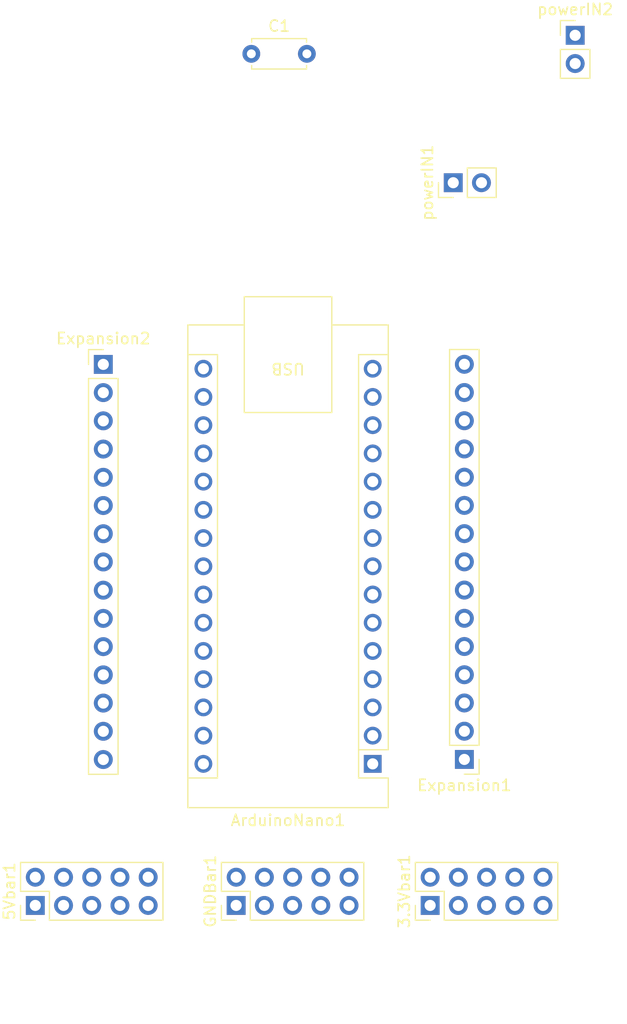
<source format=kicad_pcb>
(kicad_pcb (version 20240108) (generator "pcbnew") (generator_version "8.0")
  (layers (0 "F.Cu" signal) (31 "B.Cu" signal) (34 "B.Paste" user) (35 "F.Paste" user) (36 "B.SilkS" user "B.Silkscreen") (37 "F.SilkS" user "F.Silkscreen") (38 "B.Mask" user) (39 "F.Mask" user) (44 "Edge.Cuts" user))
  (net 0 "")
  (net 1 "GND")
  (net 2 "+5V")
  (net 3 "D9")
  (net 4 "D0")
  (net 5 "D8")
  (net 6 "D4")
  (net 7 "D12")
  (net 8 "D11")
  (net 9 "D10")
  (net 10 "D5")
  (net 11 "D1")
  (net 12 "D2")
  (net 13 "D6")
  (net 14 "D13")
  (net 15 "D7")
  (net 16 "D3")
  (net 17 "RST")
  (net 18 "A4")
  (net 19 "A7")
  (net 20 "A6")
  (net 21 "nano5V")
  (net 22 "A2")
  (net 23 "nano3.3V")
  (net 24 "AREF")
  (net 25 "A3")
  (net 26 "A0")
  (net 27 "A1")
  (net 28 "A5")
  (net 29 "+3.3V")
  (footprint "Connector_PinHeader_2.54mm:PinHeader_2x05_P2.54mm_Vertical" (layer "F.Cu") (at 159.42 122.04 90)
    (property "Reference" "3.3Vbar1" (at 1.27 -2.33 90) (layer "F.SilkS"))
    (property "Value" "Conn_02x05_Counter_Clockwise")
    (fp_line (start 3.87 -1.33) (end 3.87 11.49) (stroke (width 0.12)) (layer "F.SilkS"))
    (fp_line (start 1.27 -1.33) (end 3.87 -1.33) (stroke (width 0.12)) (layer "F.SilkS"))
    (fp_line (start -1.33 -1.33) (end 0 -1.33) (stroke (width 0.12)) (layer "F.SilkS"))
    (fp_line (start -1.33 0) (end -1.33 -1.33) (stroke (width 0.12)) (layer "F.SilkS"))
    (fp_line (start 1.27 1.27) (end 1.27 -1.33) (stroke (width 0.12)) (layer "F.SilkS"))
    (fp_line (start -1.33 1.27) (end 1.27 1.27) (stroke (width 0.12)) (layer "F.SilkS"))
    (fp_line (start -1.33 1.27) (end -1.33 11.49) (stroke (width 0.12)) (layer "F.SilkS"))
    (fp_line (start -1.33 11.49) (end 3.87 11.49) (stroke (width 0.12)) (layer "F.SilkS"))
    (pad "1" thru_hole rect (at 0 0 90) (size 1.7 1.7) (drill 1) (layers "*.Cu" "*.Mask") (net 29 "+3.3V"))
    (pad "2" thru_hole oval (at 2.54 0 90) (size 1.7 1.7) (drill 1) (layers "*.Cu" "*.Mask") (net 29 "+3.3V"))
    (pad "3" thru_hole oval (at 0 2.54 90) (size 1.7 1.7) (drill 1) (layers "*.Cu" "*.Mask") (net 29 "+3.3V"))
    (pad "4" thru_hole oval (at 2.54 2.54 90) (size 1.7 1.7) (drill 1) (layers "*.Cu" "*.Mask") (net 29 "+3.3V"))
    (pad "5" thru_hole oval (at 0 5.08 90) (size 1.7 1.7) (drill 1) (layers "*.Cu" "*.Mask") (net 29 "+3.3V"))
    (pad "6" thru_hole oval (at 2.54 5.08 90) (size 1.7 1.7) (drill 1) (layers "*.Cu" "*.Mask") (net 29 "+3.3V"))
    (pad "7" thru_hole oval (at 0 7.62 90) (size 1.7 1.7) (drill 1) (layers "*.Cu" "*.Mask") (net 29 "+3.3V"))
    (pad "8" thru_hole oval (at 2.54 7.62 90) (size 1.7 1.7) (drill 1) (layers "*.Cu" "*.Mask") (net 29 "+3.3V"))
    (pad "9" thru_hole oval (at 0 10.16 90) (size 1.7 1.7) (drill 1) (layers "*.Cu" "*.Mask") (net 29 "+3.3V"))
    (pad "10" thru_hole oval (at 2.54 10.16 90) (size 1.7 1.7) (drill 1) (layers "*.Cu" "*.Mask") (net 29 "+3.3V"))
  )
  (footprint "Connector_PinHeader_2.54mm:PinHeader_2x05_P2.54mm_Vertical" (layer "F.Cu") (at 123.88 122.04 90)
    (property "Reference" "5Vbar1" (at 1.27 -2.33 90) (layer "F.SilkS"))
    (property "Value" "Conn_02x05_Counter_Clockwise")
    (fp_line (start 3.87 -1.33) (end 3.87 11.49) (stroke (width 0.12)) (layer "F.SilkS"))
    (fp_line (start 1.27 -1.33) (end 3.87 -1.33) (stroke (width 0.12)) (layer "F.SilkS"))
    (fp_line (start -1.33 -1.33) (end 0 -1.33) (stroke (width 0.12)) (layer "F.SilkS"))
    (fp_line (start -1.33 0) (end -1.33 -1.33) (stroke (width 0.12)) (layer "F.SilkS"))
    (fp_line (start 1.27 1.27) (end 1.27 -1.33) (stroke (width 0.12)) (layer "F.SilkS"))
    (fp_line (start -1.33 1.27) (end 1.27 1.27) (stroke (width 0.12)) (layer "F.SilkS"))
    (fp_line (start -1.33 1.27) (end -1.33 11.49) (stroke (width 0.12)) (layer "F.SilkS"))
    (fp_line (start -1.33 11.49) (end 3.87 11.49) (stroke (width 0.12)) (layer "F.SilkS"))
    (pad "1" thru_hole rect (at 0 0 90) (size 1.7 1.7) (drill 1) (layers "*.Cu" "*.Mask") (net 2 "+5V"))
    (pad "2" thru_hole oval (at 2.54 0 90) (size 1.7 1.7) (drill 1) (layers "*.Cu" "*.Mask") (net 2 "+5V"))
    (pad "3" thru_hole oval (at 0 2.54 90) (size 1.7 1.7) (drill 1) (layers "*.Cu" "*.Mask") (net 2 "+5V"))
    (pad "4" thru_hole oval (at 2.54 2.54 90) (size 1.7 1.7) (drill 1) (layers "*.Cu" "*.Mask") (net 2 "+5V"))
    (pad "5" thru_hole oval (at 0 5.08 90) (size 1.7 1.7) (drill 1) (layers "*.Cu" "*.Mask") (net 2 "+5V"))
    (pad "6" thru_hole oval (at 2.54 5.08 90) (size 1.7 1.7) (drill 1) (layers "*.Cu" "*.Mask") (net 2 "+5V"))
    (pad "7" thru_hole oval (at 0 7.62 90) (size 1.7 1.7) (drill 1) (layers "*.Cu" "*.Mask") (net 2 "+5V"))
    (pad "8" thru_hole oval (at 2.54 7.62 90) (size 1.7 1.7) (drill 1) (layers "*.Cu" "*.Mask") (net 2 "+5V"))
    (pad "9" thru_hole oval (at 0 10.16 90) (size 1.7 1.7) (drill 1) (layers "*.Cu" "*.Mask") (net 2 "+5V"))
    (pad "10" thru_hole oval (at 2.54 10.16 90) (size 1.7 1.7) (drill 1) (layers "*.Cu" "*.Mask") (net 2 "+5V"))
  )
  (footprint "Connector_PinHeader_2.54mm:PinHeader_1x15_P2.54mm_Vertical" (layer "F.Cu") (at 162.5 108.9 180)
    (property "Reference" "Expansion1" (at 0 -2.33 0) (layer "F.SilkS"))
    (property "Value" "Conn_01x15")
    (fp_line (start 1.33 1.27) (end 1.33 36.89) (stroke (width 0.12)) (layer "F.SilkS"))
    (fp_line (start -1.33 36.89) (end 1.33 36.89) (stroke (width 0.12)) (layer "F.SilkS"))
    (fp_line (start -1.33 1.27) (end 1.33 1.27) (stroke (width 0.12)) (layer "F.SilkS"))
    (fp_line (start -1.33 1.27) (end -1.33 36.89) (stroke (width 0.12)) (layer "F.SilkS"))
    (fp_line (start -1.33 0) (end -1.33 -1.33) (stroke (width 0.12)) (layer "F.SilkS"))
    (fp_line (start -1.33 -1.33) (end 0 -1.33) (stroke (width 0.12)) (layer "F.SilkS"))
    (pad "1" thru_hole rect (at 0 0 180) (size 1.7 1.7) (drill 1) (layers "*.Cu" "*.Mask") (net 11 "D1"))
    (pad "2" thru_hole oval (at 0 2.54 180) (size 1.7 1.7) (drill 1) (layers "*.Cu" "*.Mask") (net 4 "D0"))
    (pad "3" thru_hole oval (at 0 5.08 180) (size 1.7 1.7) (drill 1) (layers "*.Cu" "*.Mask") (net 17 "RST"))
    (pad "4" thru_hole oval (at 0 7.62 180) (size 1.7 1.7) (drill 1) (layers "*.Cu" "*.Mask") (net 1 "GND"))
    (pad "5" thru_hole oval (at 0 10.16 180) (size 1.7 1.7) (drill 1) (layers "*.Cu" "*.Mask") (net 12 "D2"))
    (pad "6" thru_hole oval (at 0 12.7 180) (size 1.7 1.7) (drill 1) (layers "*.Cu" "*.Mask") (net 16 "D3"))
    (pad "7" thru_hole oval (at 0 15.24 180) (size 1.7 1.7) (drill 1) (layers "*.Cu" "*.Mask") (net 6 "D4"))
    (pad "8" thru_hole oval (at 0 17.78 180) (size 1.7 1.7) (drill 1) (layers "*.Cu" "*.Mask") (net 10 "D5"))
    (pad "9" thru_hole oval (at 0 20.32 180) (size 1.7 1.7) (drill 1) (layers "*.Cu" "*.Mask") (net 13 "D6"))
    (pad "10" thru_hole oval (at 0 22.86 180) (size 1.7 1.7) (drill 1) (layers "*.Cu" "*.Mask") (net 15 "D7"))
    (pad "11" thru_hole oval (at 0 25.4 180) (size 1.7 1.7) (drill 1) (layers "*.Cu" "*.Mask") (net 5 "D8"))
    (pad "12" thru_hole oval (at 0 27.94 180) (size 1.7 1.7) (drill 1) (layers "*.Cu" "*.Mask") (net 3 "D9"))
    (pad "13" thru_hole oval (at 0 30.48 180) (size 1.7 1.7) (drill 1) (layers "*.Cu" "*.Mask") (net 9 "D10"))
    (pad "14" thru_hole oval (at 0 33.02 180) (size 1.7 1.7) (drill 1) (layers "*.Cu" "*.Mask") (net 8 "D11"))
    (pad "15" thru_hole oval (at 0 35.56 180) (size 1.7 1.7) (drill 1) (layers "*.Cu" "*.Mask") (net 7 "D12"))
  )
  (footprint "Connector_PinHeader_2.54mm:PinHeader_1x02_P2.54mm_Vertical" (layer "F.Cu") (at 161.5 57 90)
    (property "Reference" "powerIN1" (at 0 -2.33 90) (layer "F.SilkS"))
    (property "Value" "Conn_01x02")
    (fp_line (start -1.33 -1.33) (end 0 -1.33) (stroke (width 0.12)) (layer "F.SilkS"))
    (fp_line (start -1.33 0) (end -1.33 -1.33) (stroke (width 0.12)) (layer "F.SilkS"))
    (fp_line (start 1.33 1.27) (end 1.33 3.87) (stroke (width 0.12)) (layer "F.SilkS"))
    (fp_line (start -1.33 1.27) (end 1.33 1.27) (stroke (width 0.12)) (layer "F.SilkS"))
    (fp_line (start -1.33 1.27) (end -1.33 3.87) (stroke (width 0.12)) (layer "F.SilkS"))
    (fp_line (start -1.33 3.87) (end 1.33 3.87) (stroke (width 0.12)) (layer "F.SilkS"))
    (pad "1" thru_hole rect (at 0 0 90) (size 1.7 1.7) (drill 1) (layers "*.Cu" "*.Mask") (net 2 "+5V"))
    (pad "2" thru_hole oval (at 0 2.54 90) (size 1.7 1.7) (drill 1) (layers "*.Cu" "*.Mask") (net 1 "GND"))
  )
  (footprint "Connector_PinHeader_2.54mm:PinHeader_1x02_P2.54mm_Vertical" (layer "F.Cu") (at 172.475 43.735)
    (property "Reference" "powerIN2" (at 0 -2.33 0) (layer "F.SilkS"))
    (property "Value" "Conn_01x02")
    (fp_line (start -1.33 -1.33) (end 0 -1.33) (stroke (width 0.12)) (layer "F.SilkS"))
    (fp_line (start -1.33 0) (end -1.33 -1.33) (stroke (width 0.12)) (layer "F.SilkS"))
    (fp_line (start -1.33 1.27) (end -1.33 3.87) (stroke (width 0.12)) (layer "F.SilkS"))
    (fp_line (start -1.33 1.27) (end 1.33 1.27) (stroke (width 0.12)) (layer "F.SilkS"))
    (fp_line (start -1.33 3.87) (end 1.33 3.87) (stroke (width 0.12)) (layer "F.SilkS"))
    (fp_line (start 1.33 1.27) (end 1.33 3.87) (stroke (width 0.12)) (layer "F.SilkS"))
    (pad "1" thru_hole rect (at 0 0) (size 1.7 1.7) (drill 1) (layers "*.Cu" "*.Mask") (net 29 "+3.3V"))
    (pad "2" thru_hole oval (at 0 2.54) (size 1.7 1.7) (drill 1) (layers "*.Cu" "*.Mask") (net 1 "GND"))
  )
  (footprint "Capacitor_THT:C_Disc_D4.7mm_W2.5mm_P5.00mm" (layer "F.Cu") (at 143.325 45.4)
    (property "Reference" "C1" (at 2.5 -2.5 0) (layer "F.SilkS"))
    (property "Value" "10uF")
    (fp_line (start 0.03 -1.37) (end 0.03 -1.055) (stroke (width 0.12)) (layer "F.SilkS"))
    (fp_line (start 0.03 -1.37) (end 4.97 -1.37) (stroke (width 0.12)) (layer "F.SilkS"))
    (fp_line (start 0.03 1.055) (end 0.03 1.37) (stroke (width 0.12)) (layer "F.SilkS"))
    (fp_line (start 0.03 1.37) (end 4.97 1.37) (stroke (width 0.12)) (layer "F.SilkS"))
    (fp_line (start 4.97 -1.37) (end 4.97 -1.055) (stroke (width 0.12)) (layer "F.SilkS"))
    (fp_line (start 4.97 1.055) (end 4.97 1.37) (stroke (width 0.12)) (layer "F.SilkS"))
    (pad "1" thru_hole circle (at 0 0) (size 1.6 1.6) (drill 0.8) (layers "*.Cu" "*.Mask") (net 1 "GND"))
    (pad "2" thru_hole circle (at 5 0) (size 1.6 1.6) (drill 0.8) (layers "*.Cu" "*.Mask") (net 2 "+5V"))
  )
  (footprint "Connector_PinHeader_2.54mm:PinHeader_2x05_P2.54mm_Vertical" (layer "F.Cu") (at 141.96 122.04 90)
    (property "Reference" "GNDBar1" (at 1.27 -2.33 90) (layer "F.SilkS"))
    (property "Value" "Conn_02x05_Counter_Clockwise")
    (fp_line (start 3.87 -1.33) (end 3.87 11.49) (stroke (width 0.12)) (layer "F.SilkS"))
    (fp_line (start 1.27 -1.33) (end 3.87 -1.33) (stroke (width 0.12)) (layer "F.SilkS"))
    (fp_line (start -1.33 -1.33) (end 0 -1.33) (stroke (width 0.12)) (layer "F.SilkS"))
    (fp_line (start -1.33 0) (end -1.33 -1.33) (stroke (width 0.12)) (layer "F.SilkS"))
    (fp_line (start 1.27 1.27) (end 1.27 -1.33) (stroke (width 0.12)) (layer "F.SilkS"))
    (fp_line (start -1.33 1.27) (end 1.27 1.27) (stroke (width 0.12)) (layer "F.SilkS"))
    (fp_line (start -1.33 1.27) (end -1.33 11.49) (stroke (width 0.12)) (layer "F.SilkS"))
    (fp_line (start -1.33 11.49) (end 3.87 11.49) (stroke (width 0.12)) (layer "F.SilkS"))
    (pad "1" thru_hole rect (at 0 0 90) (size 1.7 1.7) (drill 1) (layers "*.Cu" "*.Mask") (net 1 "GND"))
    (pad "2" thru_hole oval (at 2.54 0 90) (size 1.7 1.7) (drill 1) (layers "*.Cu" "*.Mask") (net 1 "GND"))
    (pad "3" thru_hole oval (at 0 2.54 90) (size 1.7 1.7) (drill 1) (layers "*.Cu" "*.Mask") (net 1 "GND"))
    (pad "4" thru_hole oval (at 2.54 2.54 90) (size 1.7 1.7) (drill 1) (layers "*.Cu" "*.Mask") (net 1 "GND"))
    (pad "5" thru_hole oval (at 0 5.08 90) (size 1.7 1.7) (drill 1) (layers "*.Cu" "*.Mask") (net 1 "GND"))
    (pad "6" thru_hole oval (at 2.54 5.08 90) (size 1.7 1.7) (drill 1) (layers "*.Cu" "*.Mask") (net 1 "GND"))
    (pad "7" thru_hole oval (at 0 7.62 90) (size 1.7 1.7) (drill 1) (layers "*.Cu" "*.Mask") (net 1 "GND"))
    (pad "8" thru_hole oval (at 2.54 7.62 90) (size 1.7 1.7) (drill 1) (layers "*.Cu" "*.Mask") (net 1 "GND"))
    (pad "9" thru_hole oval (at 0 10.16 90) (size 1.7 1.7) (drill 1) (layers "*.Cu" "*.Mask") (net 1 "GND"))
    (pad "10" thru_hole oval (at 2.54 10.16 90) (size 1.7 1.7) (drill 1) (layers "*.Cu" "*.Mask") (net 1 "GND"))
  )
  (footprint "Connector_PinHeader_2.54mm:PinHeader_1x15_P2.54mm_Vertical" (layer "F.Cu") (at 130 73.35)
    (property "Reference" "Expansion2" (at 0 -2.33 0) (layer "F.SilkS"))
    (property "Value" "Conn_01x15")
    (fp_line (start -1.33 -1.33) (end 0 -1.33) (stroke (width 0.12)) (layer "F.SilkS"))
    (fp_line (start -1.33 0) (end -1.33 -1.33) (stroke (width 0.12)) (layer "F.SilkS"))
    (fp_line (start -1.33 1.27) (end -1.33 36.89) (stroke (width 0.12)) (layer "F.SilkS"))
    (fp_line (start -1.33 1.27) (end 1.33 1.27) (stroke (width 0.12)) (layer "F.SilkS"))
    (fp_line (start -1.33 36.89) (end 1.33 36.89) (stroke (width 0.12)) (layer "F.SilkS"))
    (fp_line (start 1.33 1.27) (end 1.33 36.89) (stroke (width 0.12)) (layer "F.SilkS"))
    (pad "1" thru_hole rect (at 0 0) (size 1.7 1.7) (drill 1) (layers "*.Cu" "*.Mask") (net 14 "D13"))
    (pad "2" thru_hole oval (at 0 2.54) (size 1.7 1.7) (drill 1) (layers "*.Cu" "*.Mask") (net 23 "nano3.3V"))
    (pad "3" thru_hole oval (at 0 5.08) (size 1.7 1.7) (drill 1) (layers "*.Cu" "*.Mask") (net 24 "AREF"))
    (pad "4" thru_hole oval (at 0 7.62) (size 1.7 1.7) (drill 1) (layers "*.Cu" "*.Mask") (net 26 "A0"))
    (pad "5" thru_hole oval (at 0 10.16) (size 1.7 1.7) (drill 1) (layers "*.Cu" "*.Mask") (net 27 "A1"))
    (pad "6" thru_hole oval (at 0 12.7) (size 1.7 1.7) (drill 1) (layers "*.Cu" "*.Mask") (net 22 "A2"))
    (pad "7" thru_hole oval (at 0 15.24) (size 1.7 1.7) (drill 1) (layers "*.Cu" "*.Mask") (net 25 "A3"))
    (pad "8" thru_hole oval (at 0 17.78) (size 1.7 1.7) (drill 1) (layers "*.Cu" "*.Mask") (net 18 "A4"))
    (pad "9" thru_hole oval (at 0 20.32) (size 1.7 1.7) (drill 1) (layers "*.Cu" "*.Mask") (net 28 "A5"))
    (pad "10" thru_hole oval (at 0 22.86) (size 1.7 1.7) (drill 1) (layers "*.Cu" "*.Mask") (net 20 "A6"))
    (pad "11" thru_hole oval (at 0 25.4) (size 1.7 1.7) (drill 1) (layers "*.Cu" "*.Mask") (net 19 "A7"))
    (pad "12" thru_hole oval (at 0 27.94) (size 1.7 1.7) (drill 1) (layers "*.Cu" "*.Mask") (net 21 "nano5V"))
    (pad "13" thru_hole oval (at 0 30.48) (size 1.7 1.7) (drill 1) (layers "*.Cu" "*.Mask") (net 17 "RST"))
    (pad "14" thru_hole oval (at 0 33.02) (size 1.7 1.7) (drill 1) (layers "*.Cu" "*.Mask") (net 1 "GND"))
    (pad "15" thru_hole oval (at 0 35.56) (size 1.7 1.7) (drill 1) (layers "*.Cu" "*.Mask") (net 2 "+5V"))
  )
  (footprint "Module:Arduino_Nano" (layer "F.Cu") (at 154.25 109.3 180)
    (property "Reference" "ArduinoNano1" (at 7.62 -5.08 0) (layer "F.SilkS"))
    (property "Value" "Arduino_Nano_v3.x")
    (fp_line (start 16.64 39.5) (end 16.64 -3.94) (stroke (width 0.12)) (layer "F.SilkS"))
    (fp_line (start 16.64 39.5) (end 11.56 39.5) (stroke (width 0.12)) (layer "F.SilkS"))
    (fp_line (start 16.64 -3.94) (end -1.4 -3.94) (stroke (width 0.12)) (layer "F.SilkS"))
    (fp_line (start 13.97 36.83) (end 16.64 36.83) (stroke (width 0.12)) (layer "F.SilkS"))
    (fp_line (start 13.97 -1.27) (end 16.64 -1.27) (stroke (width 0.12)) (layer "F.SilkS"))
    (fp_line (start 13.97 -1.27) (end 13.97 36.83) (stroke (width 0.12)) (layer "F.SilkS"))
    (fp_line (start 11.56 42.04) (end 3.68 42.04) (stroke (width 0.12)) (layer "F.SilkS"))
    (fp_line (start 11.56 31.62) (end 11.56 42.04) (stroke (width 0.12)) (layer "F.SilkS"))
    (fp_line (start 3.68 42.04) (end 3.68 31.62) (stroke (width 0.12)) (layer "F.SilkS"))
    (fp_line (start 3.68 31.62) (end 11.56 31.62) (stroke (width 0.12)) (layer "F.SilkS"))
    (fp_line (start 1.27 36.83) (end -1.4 36.83) (stroke (width 0.12)) (layer "F.SilkS"))
    (fp_line (start 1.27 1.27) (end 1.27 36.83) (stroke (width 0.12)) (layer "F.SilkS"))
    (fp_line (start 1.27 1.27) (end 1.27 -1.27) (stroke (width 0.12)) (layer "F.SilkS"))
    (fp_line (start 1.27 1.27) (end -1.4 1.27) (stroke (width 0.12)) (layer "F.SilkS"))
    (fp_line (start 1.27 -1.27) (end -1.4 -1.27) (stroke (width 0.12)) (layer "F.SilkS"))
    (fp_line (start -1.4 39.5) (end 3.68 39.5) (stroke (width 0.12)) (layer "F.SilkS"))
    (fp_line (start -1.4 1.27) (end -1.4 39.5) (stroke (width 0.12)) (layer "F.SilkS"))
    (fp_line (start -1.4 -3.94) (end -1.4 -1.27) (stroke (width 0.12)) (layer "F.SilkS"))
    (fp_text user "USB" (at 7.62 35.56 180) (layer "F.SilkS"))
    (pad "1" thru_hole rect (at 0 0 180) (size 1.6 1.6) (drill 1) (layers "*.Cu" "*.Mask") (net 11 "D1"))
    (pad "2" thru_hole oval (at 0 2.54 180) (size 1.6 1.6) (drill 1) (layers "*.Cu" "*.Mask") (net 4 "D0"))
    (pad "3" thru_hole oval (at 0 5.08 180) (size 1.6 1.6) (drill 1) (layers "*.Cu" "*.Mask") (net 17 "RST"))
    (pad "4" thru_hole oval (at 0 7.62 180) (size 1.6 1.6) (drill 1) (layers "*.Cu" "*.Mask") (net 1 "GND"))
    (pad "5" thru_hole oval (at 0 10.16 180) (size 1.6 1.6) (drill 1) (layers "*.Cu" "*.Mask") (net 12 "D2"))
    (pad "6" thru_hole oval (at 0 12.7 180) (size 1.6 1.6) (drill 1) (layers "*.Cu" "*.Mask") (net 16 "D3"))
    (pad "7" thru_hole oval (at 0 15.24 180) (size 1.6 1.6) (drill 1) (layers "*.Cu" "*.Mask") (net 6 "D4"))
    (pad "8" thru_hole oval (at 0 17.78 180) (size 1.6 1.6) (drill 1) (layers "*.Cu" "*.Mask") (net 10 "D5"))
    (pad "9" thru_hole oval (at 0 20.32 180) (size 1.6 1.6) (drill 1) (layers "*.Cu" "*.Mask") (net 13 "D6"))
    (pad "10" thru_hole oval (at 0 22.86 180) (size 1.6 1.6) (drill 1) (layers "*.Cu" "*.Mask") (net 15 "D7"))
    (pad "11" thru_hole oval (at 0 25.4 180) (size 1.6 1.6) (drill 1) (layers "*.Cu" "*.Mask") (net 5 "D8"))
    (pad "12" thru_hole oval (at 0 27.94 180) (size 1.6 1.6) (drill 1) (layers "*.Cu" "*.Mask") (net 3 "D9"))
    (pad "13" thru_hole oval (at 0 30.48 180) (size 1.6 1.6) (drill 1) (layers "*.Cu" "*.Mask") (net 9 "D10"))
    (pad "14" thru_hole oval (at 0 33.02 180) (size 1.6 1.6) (drill 1) (layers "*.Cu" "*.Mask") (net 8 "D11"))
    (pad "15" thru_hole oval (at 0 35.56 180) (size 1.6 1.6) (drill 1) (layers "*.Cu" "*.Mask") (net 7 "D12"))
    (pad "16" thru_hole oval (at 15.24 35.56 180) (size 1.6 1.6) (drill 1) (layers "*.Cu" "*.Mask") (net 14 "D13"))
    (pad "17" thru_hole oval (at 15.24 33.02 180) (size 1.6 1.6) (drill 1) (layers "*.Cu" "*.Mask") (net 23 "nano3.3V"))
    (pad "18" thru_hole oval (at 15.24 30.48 180) (size 1.6 1.6) (drill 1) (layers "*.Cu" "*.Mask") (net 24 "AREF"))
    (pad "19" thru_hole oval (at 15.24 27.94 180) (size 1.6 1.6) (drill 1) (layers "*.Cu" "*.Mask") (net 26 "A0"))
    (pad "20" thru_hole oval (at 15.24 25.4 180) (size 1.6 1.6) (drill 1) (layers "*.Cu" "*.Mask") (net 27 "A1"))
    (pad "21" thru_hole oval (at 15.24 22.86 180) (size 1.6 1.6) (drill 1) (layers "*.Cu" "*.Mask") (net 22 "A2"))
    (pad "22" thru_hole oval (at 15.24 20.32 180) (size 1.6 1.6) (drill 1) (layers "*.Cu" "*.Mask") (net 25 "A3"))
    (pad "23" thru_hole oval (at 15.24 17.78 180) (size 1.6 1.6) (drill 1) (layers "*.Cu" "*.Mask") (net 18 "A4"))
    (pad "24" thru_hole oval (at 15.24 15.24 180) (size 1.6 1.6) (drill 1) (layers "*.Cu" "*.Mask") (net 28 "A5"))
    (pad "25" thru_hole oval (at 15.24 12.7 180) (size 1.6 1.6) (drill 1) (layers "*.Cu" "*.Mask") (net 20 "A6"))
    (pad "26" thru_hole oval (at 15.24 10.16 180) (size 1.6 1.6) (drill 1) (layers "*.Cu" "*.Mask") (net 19 "A7"))
    (pad "27" thru_hole oval (at 15.24 7.62 180) (size 1.6 1.6) (drill 1) (layers "*.Cu" "*.Mask") (net 21 "nano5V"))
    (pad "28" thru_hole oval (at 15.24 5.08 180) (size 1.6 1.6) (drill 1) (layers "*.Cu" "*.Mask") (net 17 "RST"))
    (pad "29" thru_hole oval (at 15.24 2.54 180) (size 1.6 1.6) (drill 1) (layers "*.Cu" "*.Mask") (net 1 "GND"))
    (pad "30" thru_hole oval (at 15.24 0 180) (size 1.6 1.6) (drill 1) (layers "*.Cu" "*.Mask") (net 2 "+5V"))
  )
  (segment (start 138.95 106.7) (end 139.01 106.76) (width 0.2) (layer "F.Cu") (net 1))
  (segment (start 138.95 109.24) (end 139.01 109.3) (width 0.2) (layer "F.Cu") (net 2))
  (segment (start 138.95 73.68) (end 139.01 73.74) (width 0.2) (layer "F.Cu") (net 14))
  (segment (start 138.95 104.16) (end 139.01 104.22) (width 0.2) (layer "F.Cu") (net 17))
  (segment (start 138.95 91.46) (end 139.01 91.52) (width 0.2) (layer "F.Cu") (net 18))
  (segment (start 138.95 99.08) (end 139.01 99.14) (width 0.2) (layer "F.Cu") (net 19))
  (segment (start 138.95 96.54) (end 139.01 96.6) (width 0.2) (layer "F.Cu") (net 20))
  (segment (start 138.95 101.62) (end 139.01 101.68) (width 0.2) (layer "F.Cu") (net 21))
  (segment (start 130.06 86.44) (end 130 86.38) (width 0.2) (layer "F.Cu") (net 22))
  (segment (start 130.06 76.28) (end 130 76.22) (width 0.2) (layer "F.Cu") (net 23))
  (segment (start 138.95 78.76) (end 139.01 78.82) (width 0.2) (layer "F.Cu") (net 24))
  (segment (start 130.06 88.98) (end 130 88.92) (width 0.2) (layer "F.Cu") (net 25))
  (segment (start 130.06 81.36) (end 130 81.3) (width 0.2) (layer "F.Cu") (net 26))
  (segment (start 138.95 83.84) (end 139.01 83.9) (width 0.2) (layer "F.Cu") (net 27))
  (segment (start 130.06 94.06) (end 130 94) (width 0.2) (layer "F.Cu") (net 28))
)
</source>
